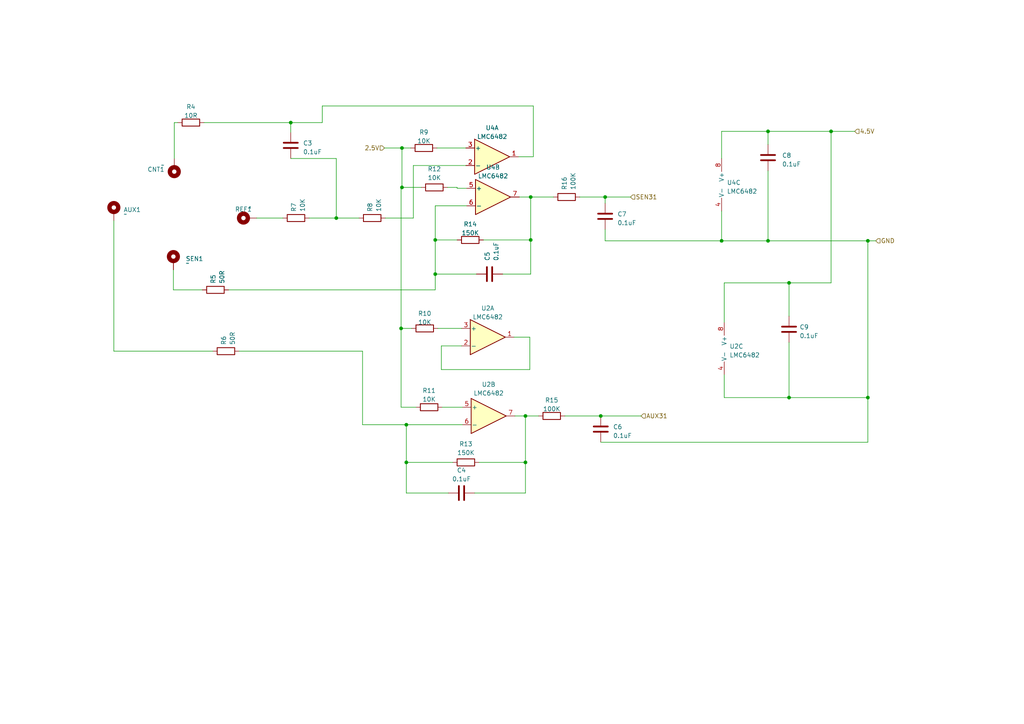
<source format=kicad_sch>
(kicad_sch (version 20230121) (generator eeschema)

  (uuid e53e5fc3-861c-43db-874b-4f63a6e12a41)

  (paper "A4")

  (lib_symbols
    (symbol "Amplifier_Operational:LMC6482" (pin_names (offset 0.127)) (in_bom yes) (on_board yes)
      (property "Reference" "U" (at 0 5.08 0)
        (effects (font (size 1.27 1.27)) (justify left))
      )
      (property "Value" "LMC6482" (at 0 -5.08 0)
        (effects (font (size 1.27 1.27)) (justify left))
      )
      (property "Footprint" "" (at 0 0 0)
        (effects (font (size 1.27 1.27)) hide)
      )
      (property "Datasheet" "http://www.ti.com/lit/ds/symlink/lmc6482.pdf" (at 0 0 0)
        (effects (font (size 1.27 1.27)) hide)
      )
      (property "ki_locked" "" (at 0 0 0)
        (effects (font (size 1.27 1.27)))
      )
      (property "ki_keywords" "dual opamp" (at 0 0 0)
        (effects (font (size 1.27 1.27)) hide)
      )
      (property "ki_description" "Dual CMOS Rail-to-Rail Input and Output Operational Amplifier, DIP-8/SOIC-8, SSOP-8" (at 0 0 0)
        (effects (font (size 1.27 1.27)) hide)
      )
      (property "ki_fp_filters" "SOIC*3.9x4.9mm*P1.27mm* DIP*W7.62mm* TO*99* OnSemi*Micro8* TSSOP*3x3mm*P0.65mm* TSSOP*4.4x3mm*P0.65mm* MSOP*3x3mm*P0.65mm* SSOP*3.9x4.9mm*P0.635mm* LFCSP*2x2mm*P0.5mm* *SIP* SOIC*5.3x6.2mm*P1.27mm*" (at 0 0 0)
        (effects (font (size 1.27 1.27)) hide)
      )
      (symbol "LMC6482_1_1"
        (polyline
          (pts
            (xy -5.08 5.08)
            (xy 5.08 0)
            (xy -5.08 -5.08)
            (xy -5.08 5.08)
          )
          (stroke (width 0.254) (type default))
          (fill (type background))
        )
        (pin output line (at 7.62 0 180) (length 2.54)
          (name "~" (effects (font (size 1.27 1.27))))
          (number "1" (effects (font (size 1.27 1.27))))
        )
        (pin input line (at -7.62 -2.54 0) (length 2.54)
          (name "-" (effects (font (size 1.27 1.27))))
          (number "2" (effects (font (size 1.27 1.27))))
        )
        (pin input line (at -7.62 2.54 0) (length 2.54)
          (name "+" (effects (font (size 1.27 1.27))))
          (number "3" (effects (font (size 1.27 1.27))))
        )
      )
      (symbol "LMC6482_2_1"
        (polyline
          (pts
            (xy -5.08 5.08)
            (xy 5.08 0)
            (xy -5.08 -5.08)
            (xy -5.08 5.08)
          )
          (stroke (width 0.254) (type default))
          (fill (type background))
        )
        (pin input line (at -7.62 2.54 0) (length 2.54)
          (name "+" (effects (font (size 1.27 1.27))))
          (number "5" (effects (font (size 1.27 1.27))))
        )
        (pin input line (at -7.62 -2.54 0) (length 2.54)
          (name "-" (effects (font (size 1.27 1.27))))
          (number "6" (effects (font (size 1.27 1.27))))
        )
        (pin output line (at 7.62 0 180) (length 2.54)
          (name "~" (effects (font (size 1.27 1.27))))
          (number "7" (effects (font (size 1.27 1.27))))
        )
      )
      (symbol "LMC6482_3_1"
        (pin power_in line (at -2.54 -7.62 90) (length 3.81)
          (name "V-" (effects (font (size 1.27 1.27))))
          (number "4" (effects (font (size 1.27 1.27))))
        )
        (pin power_in line (at -2.54 7.62 270) (length 3.81)
          (name "V+" (effects (font (size 1.27 1.27))))
          (number "8" (effects (font (size 1.27 1.27))))
        )
      )
    )
    (symbol "Device:C" (pin_numbers hide) (pin_names (offset 0.254)) (in_bom yes) (on_board yes)
      (property "Reference" "C" (at 0.635 2.54 0)
        (effects (font (size 1.27 1.27)) (justify left))
      )
      (property "Value" "C" (at 0.635 -2.54 0)
        (effects (font (size 1.27 1.27)) (justify left))
      )
      (property "Footprint" "" (at 0.9652 -3.81 0)
        (effects (font (size 1.27 1.27)) hide)
      )
      (property "Datasheet" "~" (at 0 0 0)
        (effects (font (size 1.27 1.27)) hide)
      )
      (property "ki_keywords" "cap capacitor" (at 0 0 0)
        (effects (font (size 1.27 1.27)) hide)
      )
      (property "ki_description" "Unpolarized capacitor" (at 0 0 0)
        (effects (font (size 1.27 1.27)) hide)
      )
      (property "ki_fp_filters" "C_*" (at 0 0 0)
        (effects (font (size 1.27 1.27)) hide)
      )
      (symbol "C_0_1"
        (polyline
          (pts
            (xy -2.032 -0.762)
            (xy 2.032 -0.762)
          )
          (stroke (width 0.508) (type default))
          (fill (type none))
        )
        (polyline
          (pts
            (xy -2.032 0.762)
            (xy 2.032 0.762)
          )
          (stroke (width 0.508) (type default))
          (fill (type none))
        )
      )
      (symbol "C_1_1"
        (pin passive line (at 0 3.81 270) (length 2.794)
          (name "~" (effects (font (size 1.27 1.27))))
          (number "1" (effects (font (size 1.27 1.27))))
        )
        (pin passive line (at 0 -3.81 90) (length 2.794)
          (name "~" (effects (font (size 1.27 1.27))))
          (number "2" (effects (font (size 1.27 1.27))))
        )
      )
    )
    (symbol "Device:R" (pin_numbers hide) (pin_names (offset 0)) (in_bom yes) (on_board yes)
      (property "Reference" "R" (at 2.032 0 90)
        (effects (font (size 1.27 1.27)))
      )
      (property "Value" "R" (at 0 0 90)
        (effects (font (size 1.27 1.27)))
      )
      (property "Footprint" "" (at -1.778 0 90)
        (effects (font (size 1.27 1.27)) hide)
      )
      (property "Datasheet" "~" (at 0 0 0)
        (effects (font (size 1.27 1.27)) hide)
      )
      (property "ki_keywords" "R res resistor" (at 0 0 0)
        (effects (font (size 1.27 1.27)) hide)
      )
      (property "ki_description" "Resistor" (at 0 0 0)
        (effects (font (size 1.27 1.27)) hide)
      )
      (property "ki_fp_filters" "R_*" (at 0 0 0)
        (effects (font (size 1.27 1.27)) hide)
      )
      (symbol "R_0_1"
        (rectangle (start -1.016 -2.54) (end 1.016 2.54)
          (stroke (width 0.254) (type default))
          (fill (type none))
        )
      )
      (symbol "R_1_1"
        (pin passive line (at 0 3.81 270) (length 1.27)
          (name "~" (effects (font (size 1.27 1.27))))
          (number "1" (effects (font (size 1.27 1.27))))
        )
        (pin passive line (at 0 -3.81 90) (length 1.27)
          (name "~" (effects (font (size 1.27 1.27))))
          (number "2" (effects (font (size 1.27 1.27))))
        )
      )
    )
    (symbol "Mechanical:MountingHole_Pad" (pin_numbers hide) (pin_names (offset 1.016) hide) (in_bom yes) (on_board yes)
      (property "Reference" "H" (at 0 6.35 0)
        (effects (font (size 1.27 1.27)))
      )
      (property "Value" "MountingHole_Pad" (at 0 4.445 0)
        (effects (font (size 1.27 1.27)))
      )
      (property "Footprint" "" (at 0 0 0)
        (effects (font (size 1.27 1.27)) hide)
      )
      (property "Datasheet" "~" (at 0 0 0)
        (effects (font (size 1.27 1.27)) hide)
      )
      (property "ki_keywords" "mounting hole" (at 0 0 0)
        (effects (font (size 1.27 1.27)) hide)
      )
      (property "ki_description" "Mounting Hole with connection" (at 0 0 0)
        (effects (font (size 1.27 1.27)) hide)
      )
      (property "ki_fp_filters" "MountingHole*Pad*" (at 0 0 0)
        (effects (font (size 1.27 1.27)) hide)
      )
      (symbol "MountingHole_Pad_0_1"
        (circle (center 0 1.27) (radius 1.27)
          (stroke (width 1.27) (type default))
          (fill (type none))
        )
      )
      (symbol "MountingHole_Pad_1_1"
        (pin input line (at 0 -2.54 90) (length 2.54)
          (name "1" (effects (font (size 1.27 1.27))))
          (number "1" (effects (font (size 1.27 1.27))))
        )
      )
    )
  )

  (junction (at 126.238 79.502) (diameter 0) (color 0 0 0 0)
    (uuid 074f0c39-2d73-40b0-a451-52531b418dc6)
  )
  (junction (at 116.586 42.926) (diameter 0) (color 0 0 0 0)
    (uuid 17f41bb7-aa28-41d2-98eb-369632ddd5a1)
  )
  (junction (at 251.714 115.316) (diameter 0) (color 0 0 0 0)
    (uuid 1aaa82d4-72ba-49ad-9999-bf50bb51bc8f)
  )
  (junction (at 126.238 69.596) (diameter 0) (color 0 0 0 0)
    (uuid 1e8c9cbb-4a9a-42d2-a8d9-24464540cdc0)
  )
  (junction (at 209.296 69.85) (diameter 0) (color 0 0 0 0)
    (uuid 1ef3c040-bd57-4c5c-9425-48e06f44d914)
  )
  (junction (at 153.924 69.596) (diameter 0) (color 0 0 0 0)
    (uuid 24504ccf-c8fe-4d6a-824d-fe3e8b24415a)
  )
  (junction (at 228.854 115.316) (diameter 0) (color 0 0 0 0)
    (uuid 264ed6ac-6d15-4543-94c5-f0ad1cca9034)
  )
  (junction (at 97.536 63.246) (diameter 0) (color 0 0 0 0)
    (uuid 2c2f2ac9-079c-4339-ad10-1776138647d1)
  )
  (junction (at 117.856 134.112) (diameter 0) (color 0 0 0 0)
    (uuid 304290b4-36c1-45bc-8d90-8726b9be6adf)
  )
  (junction (at 222.758 38.1) (diameter 0) (color 0 0 0 0)
    (uuid 40601702-718d-4d27-ba00-0ed71b2c9268)
  )
  (junction (at 152.4 120.65) (diameter 0) (color 0 0 0 0)
    (uuid 538ef00d-d6c6-4e60-a942-8bf3c560c13d)
  )
  (junction (at 251.714 69.85) (diameter 0) (color 0 0 0 0)
    (uuid 56f3f882-2bf7-4101-94e6-ba1c26220216)
  )
  (junction (at 116.332 95.25) (diameter 0) (color 0 0 0 0)
    (uuid 59e948ef-3822-447d-b8ef-484e3ab063d7)
  )
  (junction (at 152.4 134.112) (diameter 0) (color 0 0 0 0)
    (uuid 6690f335-c4be-434b-bc95-773c3edef0c8)
  )
  (junction (at 174.244 120.65) (diameter 0) (color 0 0 0 0)
    (uuid 722ff41a-88f6-45f8-93ec-30b61bc581fc)
  )
  (junction (at 153.924 57.15) (diameter 0) (color 0 0 0 0)
    (uuid 7deedcaf-4678-491f-bdc2-e81f23380cb5)
  )
  (junction (at 228.854 82.042) (diameter 0) (color 0 0 0 0)
    (uuid 8681507a-a15e-4800-9e7a-9ab77baca754)
  )
  (junction (at 117.856 123.19) (diameter 0) (color 0 0 0 0)
    (uuid c2422693-b7f4-47b8-95d8-cf1c35eed256)
  )
  (junction (at 175.514 57.15) (diameter 0) (color 0 0 0 0)
    (uuid c6a7706e-2fbe-4e70-bd87-282b40589c69)
  )
  (junction (at 84.328 35.56) (diameter 0) (color 0 0 0 0)
    (uuid ebcc6fcb-8345-45d8-90b7-37b16d9a5e48)
  )
  (junction (at 222.758 69.85) (diameter 0) (color 0 0 0 0)
    (uuid eca1f196-87ac-4a8c-962f-66776fd085c4)
  )
  (junction (at 241.046 38.1) (diameter 0) (color 0 0 0 0)
    (uuid f0c8806b-ce51-4feb-8e5d-cdd0ba38d4ae)
  )
  (junction (at 116.586 54.356) (diameter 0) (color 0 0 0 0)
    (uuid f3fa5744-5e9a-4588-9237-94c90ad83861)
  )

  (wire (pts (xy 210.058 115.316) (xy 228.854 115.316))
    (stroke (width 0) (type default))
    (uuid 02b07015-5216-4c57-bafa-a9f2dedb208b)
  )
  (wire (pts (xy 89.662 63.246) (xy 97.536 63.246))
    (stroke (width 0) (type default))
    (uuid 03cccd50-81ea-4323-90dd-cadf1f148132)
  )
  (wire (pts (xy 126.238 79.502) (xy 126.238 84.074))
    (stroke (width 0) (type default))
    (uuid 0747c3f5-1398-45d1-8a58-290182c929fa)
  )
  (wire (pts (xy 116.586 54.356) (xy 116.586 42.926))
    (stroke (width 0) (type default))
    (uuid 07d57014-448c-4f20-b30e-d22f9d2bc0e3)
  )
  (wire (pts (xy 50.546 35.56) (xy 51.562 35.56))
    (stroke (width 0) (type default))
    (uuid 07f5c004-5972-4b2d-a197-239417a0830d)
  )
  (wire (pts (xy 228.854 91.694) (xy 228.854 82.042))
    (stroke (width 0) (type default))
    (uuid 0f11b08c-abfe-4b8d-ac33-33cac9e5cf2d)
  )
  (wire (pts (xy 105.156 101.854) (xy 105.156 123.19))
    (stroke (width 0) (type default))
    (uuid 14b48ed9-9e7b-41dd-8582-d522aba5c0de)
  )
  (wire (pts (xy 33.02 64.008) (xy 33.02 101.854))
    (stroke (width 0) (type default))
    (uuid 19fd5052-b2be-405f-884c-bfcae9ccb028)
  )
  (wire (pts (xy 209.296 69.85) (xy 209.296 61.214))
    (stroke (width 0) (type default))
    (uuid 1d3c4fb1-33fe-4c9e-be5d-dde08923106f)
  )
  (wire (pts (xy 154.686 45.466) (xy 154.686 30.734))
    (stroke (width 0) (type default))
    (uuid 23ade314-f989-4d94-a685-ec1a3eab133b)
  )
  (wire (pts (xy 182.88 57.15) (xy 175.514 57.15))
    (stroke (width 0) (type default))
    (uuid 261b9053-7997-4c0e-8675-27c5653fb9c7)
  )
  (wire (pts (xy 160.528 57.15) (xy 153.924 57.15))
    (stroke (width 0) (type default))
    (uuid 2b2fdd03-c7ca-46f7-9d2c-3a047be2dc23)
  )
  (wire (pts (xy 153.924 79.502) (xy 153.924 69.596))
    (stroke (width 0) (type default))
    (uuid 2cb111bc-df2e-4124-9ef7-6a9d3de0a5ea)
  )
  (wire (pts (xy 241.046 38.1) (xy 222.758 38.1))
    (stroke (width 0) (type default))
    (uuid 32d678bf-6acb-4cb8-a21e-df39536cf9d0)
  )
  (wire (pts (xy 251.714 69.85) (xy 254 69.85))
    (stroke (width 0) (type default))
    (uuid 341f7550-b184-4b6a-9869-c840f70f2249)
  )
  (wire (pts (xy 50.292 78.232) (xy 50.292 84.074))
    (stroke (width 0) (type default))
    (uuid 34ac45b4-443e-48d4-8f46-9183aa25739b)
  )
  (wire (pts (xy 128.016 100.33) (xy 133.858 100.33))
    (stroke (width 0) (type default))
    (uuid 3576155e-ed82-499f-8ce6-7b03fc184eb8)
  )
  (wire (pts (xy 74.422 63.246) (xy 82.042 63.246))
    (stroke (width 0) (type default))
    (uuid 36673a56-dfe7-464b-8a62-037996c68c8f)
  )
  (wire (pts (xy 93.472 35.56) (xy 84.328 35.56))
    (stroke (width 0) (type default))
    (uuid 380f4a2c-3303-455c-a8f5-b64884568200)
  )
  (wire (pts (xy 116.332 118.11) (xy 116.332 95.25))
    (stroke (width 0) (type default))
    (uuid 381a8508-af7a-40d9-b0b3-90709ceaf12d)
  )
  (wire (pts (xy 84.328 45.974) (xy 97.536 45.974))
    (stroke (width 0) (type default))
    (uuid 3a7be601-16d7-43eb-948e-d09777e5dab3)
  )
  (wire (pts (xy 149.352 120.65) (xy 152.4 120.65))
    (stroke (width 0) (type default))
    (uuid 3ab7f408-c3d5-4488-8585-d8b473e5b64f)
  )
  (wire (pts (xy 153.67 97.79) (xy 153.67 107.188))
    (stroke (width 0) (type default))
    (uuid 3bb47ac4-a9a1-4ac1-b547-cf210d9c0d11)
  )
  (wire (pts (xy 138.938 134.112) (xy 152.4 134.112))
    (stroke (width 0) (type default))
    (uuid 3ffa1ebb-7140-4759-9a66-8b88cbad6284)
  )
  (wire (pts (xy 105.156 123.19) (xy 117.856 123.19))
    (stroke (width 0) (type default))
    (uuid 448f9c70-d26f-42f1-a769-e8d9496d39ef)
  )
  (wire (pts (xy 210.058 108.712) (xy 210.058 115.316))
    (stroke (width 0) (type default))
    (uuid 45505d76-11ed-4b4b-8b86-3a00a9bf68b5)
  )
  (wire (pts (xy 153.924 57.15) (xy 150.622 57.15))
    (stroke (width 0) (type default))
    (uuid 458f968f-5c8d-49b6-908d-dc0261cfaa70)
  )
  (wire (pts (xy 126.746 42.926) (xy 135.128 42.926))
    (stroke (width 0) (type default))
    (uuid 486385d5-14ec-4e81-ba2f-b80d0c133654)
  )
  (wire (pts (xy 69.342 101.854) (xy 105.156 101.854))
    (stroke (width 0) (type default))
    (uuid 48675df7-c251-4e96-b647-f86e05fee47a)
  )
  (wire (pts (xy 66.294 84.074) (xy 126.238 84.074))
    (stroke (width 0) (type default))
    (uuid 4ca48383-04c7-49f9-8503-7237f31f0421)
  )
  (wire (pts (xy 222.758 69.85) (xy 251.714 69.85))
    (stroke (width 0) (type default))
    (uuid 4f39f593-03a5-4cb9-be6c-a5460253ee46)
  )
  (wire (pts (xy 152.4 120.65) (xy 156.21 120.65))
    (stroke (width 0) (type default))
    (uuid 4f5cd65e-4ac7-40f5-9307-d496f191c548)
  )
  (wire (pts (xy 111.506 42.926) (xy 116.586 42.926))
    (stroke (width 0) (type default))
    (uuid 4fdad325-e66d-447a-8057-04b7b1b783a7)
  )
  (wire (pts (xy 152.4 143.002) (xy 152.4 134.112))
    (stroke (width 0) (type default))
    (uuid 511c5bca-fccb-4de9-a6dc-2c8bda48b8ce)
  )
  (wire (pts (xy 210.058 93.472) (xy 210.058 82.042))
    (stroke (width 0) (type default))
    (uuid 5568f860-9016-456f-84db-4188e3323cfb)
  )
  (wire (pts (xy 185.928 120.65) (xy 174.244 120.65))
    (stroke (width 0) (type default))
    (uuid 5a3f4e58-bea6-4604-b4f3-2f6015a4c73d)
  )
  (wire (pts (xy 126.238 59.69) (xy 135.382 59.69))
    (stroke (width 0) (type default))
    (uuid 5b79f0dc-4b78-4399-8276-6f919cae9aa3)
  )
  (wire (pts (xy 129.794 54.356) (xy 132.588 54.356))
    (stroke (width 0) (type default))
    (uuid 5dcf0a29-b778-4b25-b623-eb066c398279)
  )
  (wire (pts (xy 126.238 69.596) (xy 126.238 79.502))
    (stroke (width 0) (type default))
    (uuid 5f0d8e4e-62f5-4bb1-9b54-4060ee487195)
  )
  (wire (pts (xy 251.714 128.27) (xy 251.714 115.316))
    (stroke (width 0) (type default))
    (uuid 63f72932-8d9a-4f72-87c6-1de455ea5746)
  )
  (wire (pts (xy 117.856 123.19) (xy 134.112 123.19))
    (stroke (width 0) (type default))
    (uuid 66590b77-f58f-41b7-8f2d-581df509b1a6)
  )
  (wire (pts (xy 163.83 120.65) (xy 174.244 120.65))
    (stroke (width 0) (type default))
    (uuid 6752d18f-d3ed-4c2d-8782-ff80d9a69cb4)
  )
  (wire (pts (xy 50.292 84.074) (xy 58.674 84.074))
    (stroke (width 0) (type default))
    (uuid 6d0d2cf2-1ac7-4b27-8782-33095a031efb)
  )
  (wire (pts (xy 132.588 54.356) (xy 132.588 54.61))
    (stroke (width 0) (type default))
    (uuid 70cae026-f23c-4e68-8b64-bf47d665f625)
  )
  (wire (pts (xy 175.514 66.548) (xy 175.514 69.85))
    (stroke (width 0) (type default))
    (uuid 724effb2-c1b9-4843-b5e0-800b5043528a)
  )
  (wire (pts (xy 247.904 38.1) (xy 241.046 38.1))
    (stroke (width 0) (type default))
    (uuid 75b79776-347f-4bcf-8aa0-6e295b1b1843)
  )
  (wire (pts (xy 140.208 69.596) (xy 153.924 69.596))
    (stroke (width 0) (type default))
    (uuid 783bf767-071f-4df6-b0ed-7cda1da8373e)
  )
  (wire (pts (xy 174.244 128.27) (xy 251.714 128.27))
    (stroke (width 0) (type default))
    (uuid 785e8f26-6c35-40d0-b5c1-b714d5c39099)
  )
  (wire (pts (xy 228.854 99.314) (xy 228.854 115.316))
    (stroke (width 0) (type default))
    (uuid 79314e22-0de5-4af9-b301-baa27434e07d)
  )
  (wire (pts (xy 251.714 115.316) (xy 251.714 69.85))
    (stroke (width 0) (type default))
    (uuid 79df886b-aa51-478f-944f-5b292ee54723)
  )
  (wire (pts (xy 222.758 38.1) (xy 222.758 41.91))
    (stroke (width 0) (type default))
    (uuid 79e32fed-68e8-4f22-bcd2-ea6f5db77a12)
  )
  (wire (pts (xy 209.296 69.85) (xy 222.758 69.85))
    (stroke (width 0) (type default))
    (uuid 7b7b10cc-0314-4a26-b56e-8842a2f87c70)
  )
  (wire (pts (xy 222.758 49.53) (xy 222.758 69.85))
    (stroke (width 0) (type default))
    (uuid 7c620458-f119-48a0-b42e-a071942c08c3)
  )
  (wire (pts (xy 131.318 134.112) (xy 117.856 134.112))
    (stroke (width 0) (type default))
    (uuid 7c91452a-a051-43a4-a399-73f2db44fd44)
  )
  (wire (pts (xy 153.67 107.188) (xy 128.016 107.188))
    (stroke (width 0) (type default))
    (uuid 85109cd4-446e-4418-9c9b-122282929e08)
  )
  (wire (pts (xy 93.472 30.734) (xy 93.472 35.56))
    (stroke (width 0) (type default))
    (uuid 884eee62-bb3f-4f06-a9db-09f34b76a510)
  )
  (wire (pts (xy 126.238 79.502) (xy 138.176 79.502))
    (stroke (width 0) (type default))
    (uuid 8ab7a51e-e59e-408b-b160-6e0a2feae77b)
  )
  (wire (pts (xy 59.182 35.56) (xy 84.328 35.56))
    (stroke (width 0) (type default))
    (uuid 8cb1f0fd-dbda-4eba-8a59-4bb620f71d14)
  )
  (wire (pts (xy 228.854 115.316) (xy 251.714 115.316))
    (stroke (width 0) (type default))
    (uuid 8ed46608-8b05-4076-a3e5-8263a18cda53)
  )
  (wire (pts (xy 50.546 35.56) (xy 50.546 45.974))
    (stroke (width 0) (type default))
    (uuid 8f59179c-dd34-4a83-9052-76dfdcbbc268)
  )
  (wire (pts (xy 153.924 57.15) (xy 153.924 69.596))
    (stroke (width 0) (type default))
    (uuid 9187bbf2-360d-4861-a9eb-3b7d12d7a153)
  )
  (wire (pts (xy 116.332 54.356) (xy 116.586 54.356))
    (stroke (width 0) (type default))
    (uuid 92830107-9c26-482e-b40e-131732a9b818)
  )
  (wire (pts (xy 116.332 54.356) (xy 116.332 95.25))
    (stroke (width 0) (type default))
    (uuid 93546ec8-4955-473b-928b-f8882139eac5)
  )
  (wire (pts (xy 132.588 54.61) (xy 135.382 54.61))
    (stroke (width 0) (type default))
    (uuid a0618b17-6c78-4098-9b69-d1c8e8fc61e8)
  )
  (wire (pts (xy 126.238 59.69) (xy 126.238 69.596))
    (stroke (width 0) (type default))
    (uuid a0a36333-86dc-4d22-b3b3-8f009633f4e0)
  )
  (wire (pts (xy 117.856 143.002) (xy 117.856 134.112))
    (stroke (width 0) (type default))
    (uuid a29d9e3b-3472-4c77-ae58-a361a3c5587a)
  )
  (wire (pts (xy 127 95.25) (xy 133.858 95.25))
    (stroke (width 0) (type default))
    (uuid a3a05a7a-3002-4915-bbdc-7916b35a5cda)
  )
  (wire (pts (xy 97.536 63.246) (xy 104.14 63.246))
    (stroke (width 0) (type default))
    (uuid a3fcf972-5a64-4973-ba38-30e1965288a6)
  )
  (wire (pts (xy 210.058 82.042) (xy 228.854 82.042))
    (stroke (width 0) (type default))
    (uuid adec0fa3-580d-4c89-8e4a-543b0f468c2f)
  )
  (wire (pts (xy 175.514 57.15) (xy 175.514 58.928))
    (stroke (width 0) (type default))
    (uuid af917f61-2f46-478c-981a-4896534f34fc)
  )
  (wire (pts (xy 119.38 95.25) (xy 116.332 95.25))
    (stroke (width 0) (type default))
    (uuid b128098e-845f-457c-8307-d1803226414b)
  )
  (wire (pts (xy 137.668 143.002) (xy 152.4 143.002))
    (stroke (width 0) (type default))
    (uuid b2282bd5-7671-4de6-a13b-b1bc3f3b0cb6)
  )
  (wire (pts (xy 209.296 38.1) (xy 209.296 45.974))
    (stroke (width 0) (type default))
    (uuid b535c2dc-3b52-46ad-a336-df2362b4e9ed)
  )
  (wire (pts (xy 128.27 118.11) (xy 134.112 118.11))
    (stroke (width 0) (type default))
    (uuid b63775a2-2c34-4109-a09c-b3e4c67d3a57)
  )
  (wire (pts (xy 152.4 134.112) (xy 152.4 120.65))
    (stroke (width 0) (type default))
    (uuid ba3f988f-04f9-4406-b99a-35956482f0d3)
  )
  (wire (pts (xy 145.796 79.502) (xy 153.924 79.502))
    (stroke (width 0) (type default))
    (uuid bb8df3c0-33e3-448a-bd2b-7299b12dc662)
  )
  (wire (pts (xy 130.048 143.002) (xy 117.856 143.002))
    (stroke (width 0) (type default))
    (uuid bd12fe4d-0cf4-4d07-b3bb-1237e89dcded)
  )
  (wire (pts (xy 119.888 63.246) (xy 111.76 63.246))
    (stroke (width 0) (type default))
    (uuid be747130-f809-44ac-90ef-e55a2ca55a2e)
  )
  (wire (pts (xy 119.888 48.006) (xy 119.888 63.246))
    (stroke (width 0) (type default))
    (uuid bf1cf9ca-4765-48e8-901f-a8e173995dac)
  )
  (wire (pts (xy 122.174 54.356) (xy 116.586 54.356))
    (stroke (width 0) (type default))
    (uuid bfbeda29-d55c-4600-9ab6-ddf7fdca2815)
  )
  (wire (pts (xy 222.758 38.1) (xy 209.296 38.1))
    (stroke (width 0) (type default))
    (uuid c46fc0a0-fe5d-4e38-ac41-c37a7c16deff)
  )
  (wire (pts (xy 228.854 82.042) (xy 241.046 82.042))
    (stroke (width 0) (type default))
    (uuid c749724f-5003-47cc-a7a9-2dbe69a2a828)
  )
  (wire (pts (xy 128.016 107.188) (xy 128.016 100.33))
    (stroke (width 0) (type default))
    (uuid cace4a6a-da52-4b2d-8ebb-c056be8ac759)
  )
  (wire (pts (xy 168.148 57.15) (xy 175.514 57.15))
    (stroke (width 0) (type default))
    (uuid d13f4e4d-c965-4980-8f9d-f7cc636ec3a6)
  )
  (wire (pts (xy 150.368 45.466) (xy 154.686 45.466))
    (stroke (width 0) (type default))
    (uuid d1eb10f3-6c74-49a4-9f8b-80c159fc76b2)
  )
  (wire (pts (xy 154.686 30.734) (xy 93.472 30.734))
    (stroke (width 0) (type default))
    (uuid d5da6c58-4823-4f48-ac67-38f309ef7729)
  )
  (wire (pts (xy 149.098 97.79) (xy 153.67 97.79))
    (stroke (width 0) (type default))
    (uuid e1855003-387a-444f-aff2-8fda3e07596c)
  )
  (wire (pts (xy 120.65 118.11) (xy 116.332 118.11))
    (stroke (width 0) (type default))
    (uuid e5611a2f-0039-4400-bbbc-feb65d57244f)
  )
  (wire (pts (xy 97.536 45.974) (xy 97.536 63.246))
    (stroke (width 0) (type default))
    (uuid e6e3feb1-43fe-4b52-bf7c-53c22cfca460)
  )
  (wire (pts (xy 241.046 38.1) (xy 241.046 82.042))
    (stroke (width 0) (type default))
    (uuid e871e74f-fc34-4aca-bc83-fd1d6eec08c9)
  )
  (wire (pts (xy 135.128 48.006) (xy 119.888 48.006))
    (stroke (width 0) (type default))
    (uuid ea00fb33-aae7-4b2e-a762-14d09bc0d060)
  )
  (wire (pts (xy 33.02 101.854) (xy 61.722 101.854))
    (stroke (width 0) (type default))
    (uuid ec70ae81-8b2b-476b-b501-9fc2334ac948)
  )
  (wire (pts (xy 116.586 42.926) (xy 119.126 42.926))
    (stroke (width 0) (type default))
    (uuid f12e8a00-82af-4825-9f4b-86a3098348b2)
  )
  (wire (pts (xy 175.514 69.85) (xy 209.296 69.85))
    (stroke (width 0) (type default))
    (uuid f240af7c-1d85-4518-8989-33a0cc318c6e)
  )
  (wire (pts (xy 117.856 134.112) (xy 117.856 123.19))
    (stroke (width 0) (type default))
    (uuid f5171b27-73b6-4633-852d-614c67d541af)
  )
  (wire (pts (xy 132.588 69.596) (xy 126.238 69.596))
    (stroke (width 0) (type default))
    (uuid f5f9a9f0-53b7-41e1-9193-e3a03e83de8a)
  )
  (wire (pts (xy 84.328 35.56) (xy 84.328 38.354))
    (stroke (width 0) (type default))
    (uuid ff5befbe-681f-4c78-9264-e14fff9c95d0)
  )

  (hierarchical_label "SEN31" (shape input) (at 182.88 57.15 0) (fields_autoplaced)
    (effects (font (size 1.27 1.27)) (justify left))
    (uuid 0f43a84d-fb29-44a3-a53c-f0a9f99a18eb)
  )
  (hierarchical_label "2.5V" (shape input) (at 111.506 42.926 180) (fields_autoplaced)
    (effects (font (size 1.27 1.27)) (justify right))
    (uuid 20373a37-3f41-49ea-932b-a99d850108a4)
  )
  (hierarchical_label "AUX31" (shape input) (at 185.928 120.65 0) (fields_autoplaced)
    (effects (font (size 1.27 1.27)) (justify left))
    (uuid 24202824-b60f-4b0d-8d04-91ac6d8aee77)
  )
  (hierarchical_label "4.5V" (shape input) (at 247.904 38.1 0) (fields_autoplaced)
    (effects (font (size 1.27 1.27)) (justify left))
    (uuid 95c2f33d-47b6-4cf6-b0a2-c924fa162dc3)
  )
  (hierarchical_label "GND" (shape input) (at 254 69.85 0) (fields_autoplaced)
    (effects (font (size 1.27 1.27)) (justify left))
    (uuid b5a4672d-0251-4bfa-9d8c-134fa590ba1c)
  )

  (symbol (lib_id "Device:R") (at 135.128 134.112 90) (unit 1)
    (in_bom yes) (on_board yes) (dnp no) (fields_autoplaced)
    (uuid 11bee04d-f84d-4790-a1c1-ee3fd577333e)
    (property "Reference" "R13" (at 135.128 128.778 90)
      (effects (font (size 1.27 1.27)))
    )
    (property "Value" "150K" (at 135.128 131.318 90)
      (effects (font (size 1.27 1.27)))
    )
    (property "Footprint" "Resistor_SMD:R_0402_1005Metric" (at 135.128 135.89 90)
      (effects (font (size 1.27 1.27)) hide)
    )
    (property "Datasheet" "~" (at 135.128 134.112 0)
      (effects (font (size 1.27 1.27)) hide)
    )
    (pin "1" (uuid 6d3e25df-47cc-4d96-8901-47302f5d5aca))
    (pin "2" (uuid cce841d1-b358-4b61-bc69-f06896f8fda3))
    (instances
      (project "Air quality project"
        (path "/67b6672b-0c15-41a5-a844-17aa721018b8/e2c83066-cae4-4a4f-a05c-59cf4d457446"
          (reference "R13") (unit 1)
        )
        (path "/67b6672b-0c15-41a5-a844-17aa721018b8/be65ffb6-5f15-4847-ab99-a8924076e9fe"
          (reference "R64") (unit 1)
        )
        (path "/67b6672b-0c15-41a5-a844-17aa721018b8/bffad6ed-033e-4ee2-b36b-42e8cfa32a81"
          (reference "R377") (unit 1)
        )
      )
    )
  )

  (symbol (lib_id "Mechanical:MountingHole_Pad") (at 50.546 48.514 180) (unit 1)
    (in_bom yes) (on_board yes) (dnp no)
    (uuid 1c34ae47-e05a-4cf0-8e49-d32482213520)
    (property "Reference" "CNT1" (at 47.752 49.149 0)
      (effects (font (size 1.27 1.27)) (justify left))
    )
    (property "Value" "~" (at 47.752 47.879 0)
      (effects (font (size 1.27 1.27)) (justify left))
    )
    (property "Footprint" "MountingHole:MountingHole_2.7mm_Pad" (at 50.546 48.514 0)
      (effects (font (size 1.27 1.27)) hide)
    )
    (property "Datasheet" "~" (at 50.546 48.514 0)
      (effects (font (size 1.27 1.27)) hide)
    )
    (pin "1" (uuid e29e3668-b437-4ee2-a234-0fed31e491e5))
    (instances
      (project "Air quality project"
        (path "/67b6672b-0c15-41a5-a844-17aa721018b8/e2c83066-cae4-4a4f-a05c-59cf4d457446"
          (reference "CNT1") (unit 1)
        )
        (path "/67b6672b-0c15-41a5-a844-17aa721018b8/be65ffb6-5f15-4847-ab99-a8924076e9fe"
          (reference "CNT2") (unit 1)
        )
        (path "/67b6672b-0c15-41a5-a844-17aa721018b8/bffad6ed-033e-4ee2-b36b-42e8cfa32a81"
          (reference "CNT31") (unit 1)
        )
      )
    )
  )

  (symbol (lib_id "Mechanical:MountingHole_Pad") (at 71.882 63.246 90) (unit 1)
    (in_bom yes) (on_board yes) (dnp no) (fields_autoplaced)
    (uuid 2043fba3-b86b-429f-bdfa-abca6ed40cb0)
    (property "Reference" "REF1" (at 70.612 60.706 90)
      (effects (font (size 1.27 1.27)))
    )
    (property "Value" "~" (at 72.517 60.706 0)
      (effects (font (size 1.27 1.27)) (justify left))
    )
    (property "Footprint" "MountingHole:MountingHole_2.7mm_Pad" (at 71.882 63.246 0)
      (effects (font (size 1.27 1.27)) hide)
    )
    (property "Datasheet" "~" (at 71.882 63.246 0)
      (effects (font (size 1.27 1.27)) hide)
    )
    (pin "1" (uuid 94d18b8e-c78b-4fdf-bba0-a0b133c8ebb2))
    (instances
      (project "Air quality project"
        (path "/67b6672b-0c15-41a5-a844-17aa721018b8/e2c83066-cae4-4a4f-a05c-59cf4d457446"
          (reference "REF1") (unit 1)
        )
        (path "/67b6672b-0c15-41a5-a844-17aa721018b8/be65ffb6-5f15-4847-ab99-a8924076e9fe"
          (reference "REF2") (unit 1)
        )
        (path "/67b6672b-0c15-41a5-a844-17aa721018b8/bffad6ed-033e-4ee2-b36b-42e8cfa32a81"
          (reference "REF31") (unit 1)
        )
      )
    )
  )

  (symbol (lib_id "Amplifier_Operational:LMC6482") (at 141.478 97.79 0) (unit 1)
    (in_bom yes) (on_board yes) (dnp no)
    (uuid 25c88e3a-77c1-46ad-97cf-9ac4256e7069)
    (property "Reference" "U2" (at 141.478 89.408 0)
      (effects (font (size 1.27 1.27)))
    )
    (property "Value" "LMC6482" (at 141.478 91.948 0)
      (effects (font (size 1.27 1.27)))
    )
    (property "Footprint" "Package_SO:SOIC-8_3.9x4.9mm_P1.27mm" (at 141.478 97.79 0)
      (effects (font (size 1.27 1.27)) hide)
    )
    (property "Datasheet" "http://www.ti.com/lit/ds/symlink/lmc6482.pdf" (at 141.478 97.79 0)
      (effects (font (size 1.27 1.27)) hide)
    )
    (pin "1" (uuid 1831d0c9-f5bc-478a-aec2-5d4d19a4a6a7))
    (pin "2" (uuid 60f46663-d9ef-4660-98c9-24eb20ee429e))
    (pin "3" (uuid d03ba4c3-cd85-455e-80f0-a87e49d0ae29))
    (pin "5" (uuid dbf6e14b-09ff-4cc6-88a0-9ada57742af2))
    (pin "6" (uuid a9d3e155-a0a5-48b8-ad01-270b6effe986))
    (pin "7" (uuid 2e38fee3-7d8c-47f0-a6b9-2671227758c9))
    (pin "4" (uuid bdd0d834-8db6-499c-a508-90c2f596f30f))
    (pin "8" (uuid 0ce173b8-05bf-4229-84be-a731b2d379af))
    (instances
      (project "Air quality project"
        (path "/67b6672b-0c15-41a5-a844-17aa721018b8/e2c83066-cae4-4a4f-a05c-59cf4d457446"
          (reference "U2") (unit 1)
        )
        (path "/67b6672b-0c15-41a5-a844-17aa721018b8/be65ffb6-5f15-4847-ab99-a8924076e9fe"
          (reference "U8") (unit 1)
        )
        (path "/67b6672b-0c15-41a5-a844-17aa721018b8/bffad6ed-033e-4ee2-b36b-42e8cfa32a81"
          (reference "U59") (unit 1)
        )
      )
    )
  )

  (symbol (lib_id "Device:C") (at 141.986 79.502 90) (unit 1)
    (in_bom yes) (on_board yes) (dnp no)
    (uuid 2c8acd4a-a68c-4776-b258-4016a5f8df58)
    (property "Reference" "C5" (at 141.351 75.692 0)
      (effects (font (size 1.27 1.27)) (justify left))
    )
    (property "Value" "0.1uF" (at 143.891 75.692 0)
      (effects (font (size 1.27 1.27)) (justify left))
    )
    (property "Footprint" "Capacitor_SMD:C_0402_1005Metric" (at 145.796 78.5368 0)
      (effects (font (size 1.27 1.27)) hide)
    )
    (property "Datasheet" "~" (at 141.986 79.502 0)
      (effects (font (size 1.27 1.27)) hide)
    )
    (pin "1" (uuid 5ce38b22-6e18-4857-9e47-b8da82124223))
    (pin "2" (uuid 6417776f-7db2-46f1-b979-2333ed0e4c62))
    (instances
      (project "Air quality project"
        (path "/67b6672b-0c15-41a5-a844-17aa721018b8/e2c83066-cae4-4a4f-a05c-59cf4d457446"
          (reference "C5") (unit 1)
        )
        (path "/67b6672b-0c15-41a5-a844-17aa721018b8/be65ffb6-5f15-4847-ab99-a8924076e9fe"
          (reference "C35") (unit 1)
        )
        (path "/67b6672b-0c15-41a5-a844-17aa721018b8/bffad6ed-033e-4ee2-b36b-42e8cfa32a81"
          (reference "C201") (unit 1)
        )
      )
    )
  )

  (symbol (lib_id "Device:C") (at 175.514 62.738 0) (unit 1)
    (in_bom yes) (on_board yes) (dnp no) (fields_autoplaced)
    (uuid 2fae6eb6-6d1e-4a01-8196-ef0cf2b7d508)
    (property "Reference" "C7" (at 179.07 62.103 0)
      (effects (font (size 1.27 1.27)) (justify left))
    )
    (property "Value" "0.1uF" (at 179.07 64.643 0)
      (effects (font (size 1.27 1.27)) (justify left))
    )
    (property "Footprint" "Capacitor_SMD:C_0402_1005Metric" (at 176.4792 66.548 0)
      (effects (font (size 1.27 1.27)) hide)
    )
    (property "Datasheet" "~" (at 175.514 62.738 0)
      (effects (font (size 1.27 1.27)) hide)
    )
    (pin "1" (uuid 22a77cd5-6afd-42ab-a31f-1df60a9f1c5c))
    (pin "2" (uuid 14fc66bd-2b8e-4d86-905a-9228089ba16b))
    (instances
      (project "Air quality project"
        (path "/67b6672b-0c15-41a5-a844-17aa721018b8/e2c83066-cae4-4a4f-a05c-59cf4d457446"
          (reference "C7") (unit 1)
        )
        (path "/67b6672b-0c15-41a5-a844-17aa721018b8/be65ffb6-5f15-4847-ab99-a8924076e9fe"
          (reference "C37") (unit 1)
        )
        (path "/67b6672b-0c15-41a5-a844-17aa721018b8/bffad6ed-033e-4ee2-b36b-42e8cfa32a81"
          (reference "C203") (unit 1)
        )
      )
    )
  )

  (symbol (lib_id "Device:C") (at 84.328 42.164 0) (unit 1)
    (in_bom yes) (on_board yes) (dnp no) (fields_autoplaced)
    (uuid 31ee6728-1bdc-4eb9-8f53-3d4e374a96cf)
    (property "Reference" "C3" (at 87.884 41.529 0)
      (effects (font (size 1.27 1.27)) (justify left))
    )
    (property "Value" "0.1uF" (at 87.884 44.069 0)
      (effects (font (size 1.27 1.27)) (justify left))
    )
    (property "Footprint" "Capacitor_SMD:C_0402_1005Metric" (at 85.2932 45.974 0)
      (effects (font (size 1.27 1.27)) hide)
    )
    (property "Datasheet" "~" (at 84.328 42.164 0)
      (effects (font (size 1.27 1.27)) hide)
    )
    (pin "1" (uuid 977ee786-24db-4ec3-88c7-a21fa352f718))
    (pin "2" (uuid 0024f6cc-ab77-4e16-9831-43cbcfd697ad))
    (instances
      (project "Air quality project"
        (path "/67b6672b-0c15-41a5-a844-17aa721018b8/e2c83066-cae4-4a4f-a05c-59cf4d457446"
          (reference "C3") (unit 1)
        )
        (path "/67b6672b-0c15-41a5-a844-17aa721018b8/be65ffb6-5f15-4847-ab99-a8924076e9fe"
          (reference "C13") (unit 1)
        )
        (path "/67b6672b-0c15-41a5-a844-17aa721018b8/bffad6ed-033e-4ee2-b36b-42e8cfa32a81"
          (reference "C199") (unit 1)
        )
      )
    )
  )

  (symbol (lib_id "Device:R") (at 124.46 118.11 90) (unit 1)
    (in_bom yes) (on_board yes) (dnp no) (fields_autoplaced)
    (uuid 414ac0d5-04e0-4b73-a00a-4e2dc0f2e27d)
    (property "Reference" "R11" (at 124.46 113.284 90)
      (effects (font (size 1.27 1.27)))
    )
    (property "Value" "10K" (at 124.46 115.824 90)
      (effects (font (size 1.27 1.27)))
    )
    (property "Footprint" "Resistor_SMD:R_0402_1005Metric" (at 124.46 119.888 90)
      (effects (font (size 1.27 1.27)) hide)
    )
    (property "Datasheet" "~" (at 124.46 118.11 0)
      (effects (font (size 1.27 1.27)) hide)
    )
    (pin "1" (uuid b28df667-ce4e-44e4-ada5-731a36c547e7))
    (pin "2" (uuid c064b3d1-32a4-48ba-beb2-51e1d6b74a9b))
    (instances
      (project "Air quality project"
        (path "/67b6672b-0c15-41a5-a844-17aa721018b8/e2c83066-cae4-4a4f-a05c-59cf4d457446"
          (reference "R11") (unit 1)
        )
        (path "/67b6672b-0c15-41a5-a844-17aa721018b8/be65ffb6-5f15-4847-ab99-a8924076e9fe"
          (reference "R54") (unit 1)
        )
        (path "/67b6672b-0c15-41a5-a844-17aa721018b8/bffad6ed-033e-4ee2-b36b-42e8cfa32a81"
          (reference "R375") (unit 1)
        )
      )
    )
  )

  (symbol (lib_id "Device:C") (at 133.858 143.002 90) (unit 1)
    (in_bom yes) (on_board yes) (dnp no) (fields_autoplaced)
    (uuid 41724b55-43c5-4d7d-b9be-ebbeec2d2179)
    (property "Reference" "C4" (at 133.858 136.398 90)
      (effects (font (size 1.27 1.27)))
    )
    (property "Value" "0.1uF" (at 133.858 138.938 90)
      (effects (font (size 1.27 1.27)))
    )
    (property "Footprint" "Capacitor_SMD:C_0402_1005Metric" (at 137.668 142.0368 0)
      (effects (font (size 1.27 1.27)) hide)
    )
    (property "Datasheet" "~" (at 133.858 143.002 0)
      (effects (font (size 1.27 1.27)) hide)
    )
    (pin "1" (uuid 79c5c214-9dfe-4cc0-9661-1e344ae5bb2f))
    (pin "2" (uuid 10190055-1c16-4fca-b93a-a79fcd212480))
    (instances
      (project "Air quality project"
        (path "/67b6672b-0c15-41a5-a844-17aa721018b8/e2c83066-cae4-4a4f-a05c-59cf4d457446"
          (reference "C4") (unit 1)
        )
        (path "/67b6672b-0c15-41a5-a844-17aa721018b8/be65ffb6-5f15-4847-ab99-a8924076e9fe"
          (reference "C34") (unit 1)
        )
        (path "/67b6672b-0c15-41a5-a844-17aa721018b8/bffad6ed-033e-4ee2-b36b-42e8cfa32a81"
          (reference "C200") (unit 1)
        )
      )
    )
  )

  (symbol (lib_id "Amplifier_Operational:LMC6482") (at 211.836 53.594 0) (unit 3)
    (in_bom yes) (on_board yes) (dnp no) (fields_autoplaced)
    (uuid 4a9e82f8-1a6c-40b6-bb08-049807de86ad)
    (property "Reference" "U4" (at 210.82 52.959 0)
      (effects (font (size 1.27 1.27)) (justify left))
    )
    (property "Value" "LMC6482" (at 210.82 55.499 0)
      (effects (font (size 1.27 1.27)) (justify left))
    )
    (property "Footprint" "Package_SO:SOIC-8_3.9x4.9mm_P1.27mm" (at 211.836 53.594 0)
      (effects (font (size 1.27 1.27)) hide)
    )
    (property "Datasheet" "http://www.ti.com/lit/ds/symlink/lmc6482.pdf" (at 211.836 53.594 0)
      (effects (font (size 1.27 1.27)) hide)
    )
    (pin "1" (uuid 42791d0d-7717-4b04-a0ca-b0a647570e7e))
    (pin "2" (uuid 4a2fa161-9821-4b02-bf44-5123dc1327cb))
    (pin "3" (uuid 64a3c500-0113-480b-84b8-bf62972d5f8e))
    (pin "5" (uuid d00ef563-4214-461f-ba82-fc7819b91257))
    (pin "6" (uuid a6025e8c-eb59-4fda-bafe-a0fd2776d170))
    (pin "7" (uuid 893ff0da-9dcf-4d3e-aa6a-c4e684c3eff1))
    (pin "4" (uuid 8d1475db-839f-40f5-97a4-ae7e8dd3e456))
    (pin "8" (uuid 24838ae4-9546-4353-9df2-4a262bee2718))
    (instances
      (project "Air quality project"
        (path "/67b6672b-0c15-41a5-a844-17aa721018b8/e2c83066-cae4-4a4f-a05c-59cf4d457446"
          (reference "U4") (unit 3)
        )
        (path "/67b6672b-0c15-41a5-a844-17aa721018b8/be65ffb6-5f15-4847-ab99-a8924076e9fe"
          (reference "U13") (unit 3)
        )
        (path "/67b6672b-0c15-41a5-a844-17aa721018b8/bffad6ed-033e-4ee2-b36b-42e8cfa32a81"
          (reference "U60") (unit 3)
        )
      )
    )
  )

  (symbol (lib_id "Mechanical:MountingHole_Pad") (at 50.292 75.692 0) (unit 1)
    (in_bom yes) (on_board yes) (dnp no) (fields_autoplaced)
    (uuid 4c6132a2-a8c0-4c42-9488-540efb7ebb7b)
    (property "Reference" "SEN1" (at 53.848 75.057 0)
      (effects (font (size 1.27 1.27)) (justify left))
    )
    (property "Value" "~" (at 53.848 76.327 0)
      (effects (font (size 1.27 1.27)) (justify left))
    )
    (property "Footprint" "MountingHole:MountingHole_2.7mm_Pad" (at 50.292 75.692 0)
      (effects (font (size 1.27 1.27)) hide)
    )
    (property "Datasheet" "~" (at 50.292 75.692 0)
      (effects (font (size 1.27 1.27)) hide)
    )
    (pin "1" (uuid d78b3256-8990-49c0-9d56-458ac9d4e1df))
    (instances
      (project "Air quality project"
        (path "/67b6672b-0c15-41a5-a844-17aa721018b8/e2c83066-cae4-4a4f-a05c-59cf4d457446"
          (reference "SEN1") (unit 1)
        )
        (path "/67b6672b-0c15-41a5-a844-17aa721018b8/be65ffb6-5f15-4847-ab99-a8924076e9fe"
          (reference "SEN2") (unit 1)
        )
        (path "/67b6672b-0c15-41a5-a844-17aa721018b8/bffad6ed-033e-4ee2-b36b-42e8cfa32a81"
          (reference "SEN31") (unit 1)
        )
      )
    )
  )

  (symbol (lib_id "Device:R") (at 122.936 42.926 90) (unit 1)
    (in_bom yes) (on_board yes) (dnp no) (fields_autoplaced)
    (uuid 5d89ff39-c6ae-47e3-a4ea-15842362783f)
    (property "Reference" "R9" (at 122.936 38.354 90)
      (effects (font (size 1.27 1.27)))
    )
    (property "Value" "10K" (at 122.936 40.894 90)
      (effects (font (size 1.27 1.27)))
    )
    (property "Footprint" "Resistor_SMD:R_0402_1005Metric" (at 122.936 44.704 90)
      (effects (font (size 1.27 1.27)) hide)
    )
    (property "Datasheet" "~" (at 122.936 42.926 0)
      (effects (font (size 1.27 1.27)) hide)
    )
    (pin "1" (uuid 7312d779-324c-424f-88ae-dad5cbf363a5))
    (pin "2" (uuid a1fe6865-d740-457b-94fd-13bbf5ffade0))
    (instances
      (project "Air quality project"
        (path "/67b6672b-0c15-41a5-a844-17aa721018b8/e2c83066-cae4-4a4f-a05c-59cf4d457446"
          (reference "R9") (unit 1)
        )
        (path "/67b6672b-0c15-41a5-a844-17aa721018b8/be65ffb6-5f15-4847-ab99-a8924076e9fe"
          (reference "R44") (unit 1)
        )
        (path "/67b6672b-0c15-41a5-a844-17aa721018b8/bffad6ed-033e-4ee2-b36b-42e8cfa32a81"
          (reference "R373") (unit 1)
        )
      )
    )
  )

  (symbol (lib_id "Device:R") (at 136.398 69.596 90) (unit 1)
    (in_bom yes) (on_board yes) (dnp no) (fields_autoplaced)
    (uuid 624f9698-6056-4a5f-8d05-53bb554d0a49)
    (property "Reference" "R14" (at 136.398 65.024 90)
      (effects (font (size 1.27 1.27)))
    )
    (property "Value" "150K" (at 136.398 67.564 90)
      (effects (font (size 1.27 1.27)))
    )
    (property "Footprint" "Resistor_SMD:R_0402_1005Metric" (at 136.398 71.374 90)
      (effects (font (size 1.27 1.27)) hide)
    )
    (property "Datasheet" "~" (at 136.398 69.596 0)
      (effects (font (size 1.27 1.27)) hide)
    )
    (pin "1" (uuid 92d24c40-b57d-4f36-95ef-ceb43d590db5))
    (pin "2" (uuid 3cac695f-678c-4606-8767-a36aa0143ce3))
    (instances
      (project "Air quality project"
        (path "/67b6672b-0c15-41a5-a844-17aa721018b8/e2c83066-cae4-4a4f-a05c-59cf4d457446"
          (reference "R14") (unit 1)
        )
        (path "/67b6672b-0c15-41a5-a844-17aa721018b8/be65ffb6-5f15-4847-ab99-a8924076e9fe"
          (reference "R69") (unit 1)
        )
        (path "/67b6672b-0c15-41a5-a844-17aa721018b8/bffad6ed-033e-4ee2-b36b-42e8cfa32a81"
          (reference "R378") (unit 1)
        )
      )
    )
  )

  (symbol (lib_id "Amplifier_Operational:LMC6482") (at 143.002 57.15 0) (unit 2)
    (in_bom yes) (on_board yes) (dnp no) (fields_autoplaced)
    (uuid 6257568e-459e-49d9-94e3-361a95db62e2)
    (property "Reference" "U4" (at 143.002 48.514 0)
      (effects (font (size 1.27 1.27)))
    )
    (property "Value" "LMC6482" (at 143.002 51.054 0)
      (effects (font (size 1.27 1.27)))
    )
    (property "Footprint" "Package_SO:SOIC-8_3.9x4.9mm_P1.27mm" (at 143.002 57.15 0)
      (effects (font (size 1.27 1.27)) hide)
    )
    (property "Datasheet" "http://www.ti.com/lit/ds/symlink/lmc6482.pdf" (at 143.002 57.15 0)
      (effects (font (size 1.27 1.27)) hide)
    )
    (pin "1" (uuid 9c1e9d8f-1c28-41e3-9575-41efbc51ba50))
    (pin "2" (uuid 1d0291f0-3ca2-4510-9705-02c12b2ea42d))
    (pin "3" (uuid 1f78b38e-dbc0-4584-b37f-86c494584341))
    (pin "5" (uuid 207e0be6-9d91-45b1-9e4c-58d32b8b816a))
    (pin "6" (uuid c35a8980-2880-465d-9aec-9831bb303b5d))
    (pin "7" (uuid b73c8d45-4c07-4b3e-bb82-ada1365bc9ff))
    (pin "4" (uuid 06dc1765-d68c-4f67-a73b-d9fa7caa6956))
    (pin "8" (uuid 2077a737-d294-413f-b778-56afbb60776f))
    (instances
      (project "Air quality project"
        (path "/67b6672b-0c15-41a5-a844-17aa721018b8/e2c83066-cae4-4a4f-a05c-59cf4d457446"
          (reference "U4") (unit 2)
        )
        (path "/67b6672b-0c15-41a5-a844-17aa721018b8/be65ffb6-5f15-4847-ab99-a8924076e9fe"
          (reference "U13") (unit 2)
        )
        (path "/67b6672b-0c15-41a5-a844-17aa721018b8/bffad6ed-033e-4ee2-b36b-42e8cfa32a81"
          (reference "U60") (unit 2)
        )
      )
    )
  )

  (symbol (lib_id "Device:R") (at 62.484 84.074 90) (unit 1)
    (in_bom yes) (on_board yes) (dnp no)
    (uuid 6b569da5-e700-4ac8-91ff-bd51b11ad0a6)
    (property "Reference" "R5" (at 61.849 82.296 0)
      (effects (font (size 1.27 1.27)) (justify left))
    )
    (property "Value" "50R" (at 64.389 82.296 0)
      (effects (font (size 1.27 1.27)) (justify left))
    )
    (property "Footprint" "Resistor_SMD:R_0402_1005Metric" (at 62.484 85.852 90)
      (effects (font (size 1.27 1.27)) hide)
    )
    (property "Datasheet" "~" (at 62.484 84.074 0)
      (effects (font (size 1.27 1.27)) hide)
    )
    (pin "1" (uuid 8d3d00d0-16a5-4eda-925e-667c3841f535))
    (pin "2" (uuid aab03e02-969c-428e-bb62-e5b5196fa5f9))
    (instances
      (project "Air quality project"
        (path "/67b6672b-0c15-41a5-a844-17aa721018b8/e2c83066-cae4-4a4f-a05c-59cf4d457446"
          (reference "R5") (unit 1)
        )
        (path "/67b6672b-0c15-41a5-a844-17aa721018b8/be65ffb6-5f15-4847-ab99-a8924076e9fe"
          (reference "R24") (unit 1)
        )
        (path "/67b6672b-0c15-41a5-a844-17aa721018b8/bffad6ed-033e-4ee2-b36b-42e8cfa32a81"
          (reference "R369") (unit 1)
        )
      )
    )
  )

  (symbol (lib_id "Device:R") (at 107.95 63.246 90) (unit 1)
    (in_bom yes) (on_board yes) (dnp no)
    (uuid 75bf7028-012b-46f6-b651-58ee1e63af2a)
    (property "Reference" "R8" (at 107.315 61.468 0)
      (effects (font (size 1.27 1.27)) (justify left))
    )
    (property "Value" "10K" (at 109.855 61.468 0)
      (effects (font (size 1.27 1.27)) (justify left))
    )
    (property "Footprint" "Resistor_SMD:R_0402_1005Metric" (at 107.95 65.024 90)
      (effects (font (size 1.27 1.27)) hide)
    )
    (property "Datasheet" "~" (at 107.95 63.246 0)
      (effects (font (size 1.27 1.27)) hide)
    )
    (pin "1" (uuid 84cda8cd-6af9-4d8e-9f16-d68ea6c94894))
    (pin "2" (uuid a6708ea0-c952-48b0-9063-256a0e1717bc))
    (instances
      (project "Air quality project"
        (path "/67b6672b-0c15-41a5-a844-17aa721018b8/e2c83066-cae4-4a4f-a05c-59cf4d457446"
          (reference "R8") (unit 1)
        )
        (path "/67b6672b-0c15-41a5-a844-17aa721018b8/be65ffb6-5f15-4847-ab99-a8924076e9fe"
          (reference "R39") (unit 1)
        )
        (path "/67b6672b-0c15-41a5-a844-17aa721018b8/bffad6ed-033e-4ee2-b36b-42e8cfa32a81"
          (reference "R372") (unit 1)
        )
      )
    )
  )

  (symbol (lib_id "Device:R") (at 65.532 101.854 90) (unit 1)
    (in_bom yes) (on_board yes) (dnp no)
    (uuid 76c657b3-1f50-46c8-94f7-c8d4e926de6a)
    (property "Reference" "R6" (at 64.897 100.076 0)
      (effects (font (size 1.27 1.27)) (justify left))
    )
    (property "Value" "50R" (at 67.437 100.076 0)
      (effects (font (size 1.27 1.27)) (justify left))
    )
    (property "Footprint" "Resistor_SMD:R_0402_1005Metric" (at 65.532 103.632 90)
      (effects (font (size 1.27 1.27)) hide)
    )
    (property "Datasheet" "~" (at 65.532 101.854 0)
      (effects (font (size 1.27 1.27)) hide)
    )
    (pin "1" (uuid 8f7c4bda-8756-40e3-88a3-7125c6bcd9ef))
    (pin "2" (uuid c262f7be-0c1c-4851-9ef3-024cdea43288))
    (instances
      (project "Air quality project"
        (path "/67b6672b-0c15-41a5-a844-17aa721018b8/e2c83066-cae4-4a4f-a05c-59cf4d457446"
          (reference "R6") (unit 1)
        )
        (path "/67b6672b-0c15-41a5-a844-17aa721018b8/be65ffb6-5f15-4847-ab99-a8924076e9fe"
          (reference "R29") (unit 1)
        )
        (path "/67b6672b-0c15-41a5-a844-17aa721018b8/bffad6ed-033e-4ee2-b36b-42e8cfa32a81"
          (reference "R370") (unit 1)
        )
      )
    )
  )

  (symbol (lib_id "Device:R") (at 55.372 35.56 270) (unit 1)
    (in_bom yes) (on_board yes) (dnp no) (fields_autoplaced)
    (uuid 886b6828-fe32-4ade-880b-baf139ccee5e)
    (property "Reference" "R4" (at 55.372 30.988 90)
      (effects (font (size 1.27 1.27)))
    )
    (property "Value" "10R" (at 55.372 33.528 90)
      (effects (font (size 1.27 1.27)))
    )
    (property "Footprint" "Resistor_SMD:R_0402_1005Metric" (at 55.372 33.782 90)
      (effects (font (size 1.27 1.27)) hide)
    )
    (property "Datasheet" "~" (at 55.372 35.56 0)
      (effects (font (size 1.27 1.27)) hide)
    )
    (pin "1" (uuid 9bd5203d-d888-47ab-a02b-f051149d56e3))
    (pin "2" (uuid 77519f10-73bc-42a9-9f15-28a28ed872c5))
    (instances
      (project "Air quality project"
        (path "/67b6672b-0c15-41a5-a844-17aa721018b8/e2c83066-cae4-4a4f-a05c-59cf4d457446"
          (reference "R4") (unit 1)
        )
        (path "/67b6672b-0c15-41a5-a844-17aa721018b8/be65ffb6-5f15-4847-ab99-a8924076e9fe"
          (reference "R19") (unit 1)
        )
        (path "/67b6672b-0c15-41a5-a844-17aa721018b8/bffad6ed-033e-4ee2-b36b-42e8cfa32a81"
          (reference "R368") (unit 1)
        )
      )
    )
  )

  (symbol (lib_id "Amplifier_Operational:LMC6482") (at 142.748 45.466 0) (unit 1)
    (in_bom yes) (on_board yes) (dnp no) (fields_autoplaced)
    (uuid 89ab5c0d-9eda-4893-8f5a-5933cd8a0787)
    (property "Reference" "U4" (at 142.748 37.084 0)
      (effects (font (size 1.27 1.27)))
    )
    (property "Value" "LMC6482" (at 142.748 39.624 0)
      (effects (font (size 1.27 1.27)))
    )
    (property "Footprint" "Package_SO:SOIC-8_3.9x4.9mm_P1.27mm" (at 142.748 45.466 0)
      (effects (font (size 1.27 1.27)) hide)
    )
    (property "Datasheet" "http://www.ti.com/lit/ds/symlink/lmc6482.pdf" (at 142.748 45.466 0)
      (effects (font (size 1.27 1.27)) hide)
    )
    (pin "1" (uuid 711d9e88-6daa-49a1-a0bd-fbb4572657e7))
    (pin "2" (uuid b570064c-bd51-48f6-b251-7d8db3f6e79f))
    (pin "3" (uuid 339818bb-6fef-4077-8759-de2765594fa8))
    (pin "5" (uuid 7e217bec-f5f9-4503-96e2-e0cff25dde3f))
    (pin "6" (uuid ed4ead67-62ba-4dc4-86a0-f436eefe99dd))
    (pin "7" (uuid ef455054-ceb9-4486-86bb-c10142a92b1a))
    (pin "4" (uuid 0efdc872-5caf-4241-9340-e8ec1bb01b5b))
    (pin "8" (uuid 7d3e3f09-3aff-4bd7-8548-a79c845e659b))
    (instances
      (project "Air quality project"
        (path "/67b6672b-0c15-41a5-a844-17aa721018b8/e2c83066-cae4-4a4f-a05c-59cf4d457446"
          (reference "U4") (unit 1)
        )
        (path "/67b6672b-0c15-41a5-a844-17aa721018b8/be65ffb6-5f15-4847-ab99-a8924076e9fe"
          (reference "U13") (unit 1)
        )
        (path "/67b6672b-0c15-41a5-a844-17aa721018b8/bffad6ed-033e-4ee2-b36b-42e8cfa32a81"
          (reference "U60") (unit 1)
        )
      )
    )
  )

  (symbol (lib_id "Device:R") (at 160.02 120.65 90) (unit 1)
    (in_bom yes) (on_board yes) (dnp no) (fields_autoplaced)
    (uuid 8e71a82f-2df2-4c35-b8b9-f2424eddfc9a)
    (property "Reference" "R15" (at 160.02 116.078 90)
      (effects (font (size 1.27 1.27)))
    )
    (property "Value" "100K" (at 160.02 118.618 90)
      (effects (font (size 1.27 1.27)))
    )
    (property "Footprint" "Resistor_SMD:R_0402_1005Metric" (at 160.02 122.428 90)
      (effects (font (size 1.27 1.27)) hide)
    )
    (property "Datasheet" "~" (at 160.02 120.65 0)
      (effects (font (size 1.27 1.27)) hide)
    )
    (pin "1" (uuid e8940dd5-7d22-46b3-83fa-250a6300336c))
    (pin "2" (uuid 0e35a6d2-0965-43ce-b866-a802219be7ac))
    (instances
      (project "Air quality project"
        (path "/67b6672b-0c15-41a5-a844-17aa721018b8/e2c83066-cae4-4a4f-a05c-59cf4d457446"
          (reference "R15") (unit 1)
        )
        (path "/67b6672b-0c15-41a5-a844-17aa721018b8/be65ffb6-5f15-4847-ab99-a8924076e9fe"
          (reference "R70") (unit 1)
        )
        (path "/67b6672b-0c15-41a5-a844-17aa721018b8/bffad6ed-033e-4ee2-b36b-42e8cfa32a81"
          (reference "R379") (unit 1)
        )
      )
    )
  )

  (symbol (lib_id "Amplifier_Operational:LMC6482") (at 212.598 101.092 0) (unit 3)
    (in_bom yes) (on_board yes) (dnp no) (fields_autoplaced)
    (uuid a0910251-e154-422f-9d64-8bf1f0040e31)
    (property "Reference" "U2" (at 211.582 100.457 0)
      (effects (font (size 1.27 1.27)) (justify left))
    )
    (property "Value" "LMC6482" (at 211.582 102.997 0)
      (effects (font (size 1.27 1.27)) (justify left))
    )
    (property "Footprint" "Package_SO:SOIC-8_3.9x4.9mm_P1.27mm" (at 212.598 101.092 0)
      (effects (font (size 1.27 1.27)) hide)
    )
    (property "Datasheet" "http://www.ti.com/lit/ds/symlink/lmc6482.pdf" (at 212.598 101.092 0)
      (effects (font (size 1.27 1.27)) hide)
    )
    (pin "1" (uuid d5f06bc0-e016-449d-bb76-1780c68309d8))
    (pin "2" (uuid dd93b084-6c45-4ec3-b4a2-64cf0e791daa))
    (pin "3" (uuid c79b47a1-69b0-418f-ae34-b6968595b6a6))
    (pin "5" (uuid 89f1dfc5-f772-4d7a-8a07-0964f1f210a0))
    (pin "6" (uuid 61ffc32e-67ac-4496-ba94-ce7cced6a0ea))
    (pin "7" (uuid 29e08c8c-3454-4ad1-a0b8-ee9155612eb2))
    (pin "4" (uuid e29ee5f8-de15-4491-9b51-474ecf46dfbd))
    (pin "8" (uuid 94510975-1b68-4abc-b53a-1f96581d6f05))
    (instances
      (project "Air quality project"
        (path "/67b6672b-0c15-41a5-a844-17aa721018b8/e2c83066-cae4-4a4f-a05c-59cf4d457446"
          (reference "U2") (unit 3)
        )
        (path "/67b6672b-0c15-41a5-a844-17aa721018b8/be65ffb6-5f15-4847-ab99-a8924076e9fe"
          (reference "U8") (unit 3)
        )
        (path "/67b6672b-0c15-41a5-a844-17aa721018b8/bffad6ed-033e-4ee2-b36b-42e8cfa32a81"
          (reference "U59") (unit 3)
        )
      )
    )
  )

  (symbol (lib_id "Amplifier_Operational:LMC6482") (at 141.732 120.65 0) (unit 2)
    (in_bom yes) (on_board yes) (dnp no) (fields_autoplaced)
    (uuid a15cc1fd-8df4-4959-969d-3f31221804a7)
    (property "Reference" "U2" (at 141.732 111.506 0)
      (effects (font (size 1.27 1.27)))
    )
    (property "Value" "LMC6482" (at 141.732 114.046 0)
      (effects (font (size 1.27 1.27)))
    )
    (property "Footprint" "Package_SO:SOIC-8_3.9x4.9mm_P1.27mm" (at 141.732 120.65 0)
      (effects (font (size 1.27 1.27)) hide)
    )
    (property "Datasheet" "http://www.ti.com/lit/ds/symlink/lmc6482.pdf" (at 141.732 120.65 0)
      (effects (font (size 1.27 1.27)) hide)
    )
    (pin "1" (uuid 11ada3ae-6758-4a42-8bec-b9b6f4c75a1a))
    (pin "2" (uuid cecfcab1-7354-4c19-8bdd-bc6aac22549b))
    (pin "3" (uuid b8b5c5a6-18f5-4b93-b974-cec779252067))
    (pin "5" (uuid 1e435132-3ebc-4fbc-b5d3-499390d62099))
    (pin "6" (uuid 788603e2-3f58-4f51-88b2-0ee03bdc99cd))
    (pin "7" (uuid c2c00eb2-05df-4ef2-b9cb-888fc2e595cc))
    (pin "4" (uuid 5d862dc6-a441-46c7-938b-75ac613c0f4f))
    (pin "8" (uuid 6e4c091b-4f0e-43a5-ac02-ecaec090156f))
    (instances
      (project "Air quality project"
        (path "/67b6672b-0c15-41a5-a844-17aa721018b8/e2c83066-cae4-4a4f-a05c-59cf4d457446"
          (reference "U2") (unit 2)
        )
        (path "/67b6672b-0c15-41a5-a844-17aa721018b8/be65ffb6-5f15-4847-ab99-a8924076e9fe"
          (reference "U8") (unit 2)
        )
        (path "/67b6672b-0c15-41a5-a844-17aa721018b8/bffad6ed-033e-4ee2-b36b-42e8cfa32a81"
          (reference "U59") (unit 2)
        )
      )
    )
  )

  (symbol (lib_id "Device:R") (at 164.338 57.15 90) (unit 1)
    (in_bom yes) (on_board yes) (dnp no)
    (uuid b102ee88-2e45-411b-8f3b-044a93e04b57)
    (property "Reference" "R16" (at 163.703 55.118 0)
      (effects (font (size 1.27 1.27)) (justify left))
    )
    (property "Value" "100K" (at 166.243 55.118 0)
      (effects (font (size 1.27 1.27)) (justify left))
    )
    (property "Footprint" "Resistor_SMD:R_0402_1005Metric" (at 164.338 58.928 90)
      (effects (font (size 1.27 1.27)) hide)
    )
    (property "Datasheet" "~" (at 164.338 57.15 0)
      (effects (font (size 1.27 1.27)) hide)
    )
    (pin "1" (uuid 0f11d0b6-a0e5-40d8-9060-1de1f46a53ec))
    (pin "2" (uuid d7125fc1-2fcd-4948-bd03-4e9a71195a3f))
    (instances
      (project "Air quality project"
        (path "/67b6672b-0c15-41a5-a844-17aa721018b8/e2c83066-cae4-4a4f-a05c-59cf4d457446"
          (reference "R16") (unit 1)
        )
        (path "/67b6672b-0c15-41a5-a844-17aa721018b8/be65ffb6-5f15-4847-ab99-a8924076e9fe"
          (reference "R71") (unit 1)
        )
        (path "/67b6672b-0c15-41a5-a844-17aa721018b8/bffad6ed-033e-4ee2-b36b-42e8cfa32a81"
          (reference "R380") (unit 1)
        )
      )
    )
  )

  (symbol (lib_id "Device:C") (at 222.758 45.72 0) (unit 1)
    (in_bom yes) (on_board yes) (dnp no) (fields_autoplaced)
    (uuid b6a2d399-5eef-424f-9764-f3e9020ba03a)
    (property "Reference" "C8" (at 226.822 45.085 0)
      (effects (font (size 1.27 1.27)) (justify left))
    )
    (property "Value" "0.1uF" (at 226.822 47.625 0)
      (effects (font (size 1.27 1.27)) (justify left))
    )
    (property "Footprint" "Capacitor_SMD:C_0402_1005Metric" (at 223.7232 49.53 0)
      (effects (font (size 1.27 1.27)) hide)
    )
    (property "Datasheet" "~" (at 222.758 45.72 0)
      (effects (font (size 1.27 1.27)) hide)
    )
    (pin "1" (uuid f13c304a-3d60-449c-98df-97aa5447c2b6))
    (pin "2" (uuid af842f36-f39c-4bb5-86aa-88b80be1504f))
    (instances
      (project "Air quality project"
        (path "/67b6672b-0c15-41a5-a844-17aa721018b8/e2c83066-cae4-4a4f-a05c-59cf4d457446"
          (reference "C8") (unit 1)
        )
        (path "/67b6672b-0c15-41a5-a844-17aa721018b8/be65ffb6-5f15-4847-ab99-a8924076e9fe"
          (reference "C38") (unit 1)
        )
        (path "/67b6672b-0c15-41a5-a844-17aa721018b8/bffad6ed-033e-4ee2-b36b-42e8cfa32a81"
          (reference "C204") (unit 1)
        )
      )
    )
  )

  (symbol (lib_id "Device:R") (at 123.19 95.25 90) (unit 1)
    (in_bom yes) (on_board yes) (dnp no) (fields_autoplaced)
    (uuid c607a5bc-84d1-41e0-8ca1-959a9f72ae79)
    (property "Reference" "R10" (at 123.19 90.932 90)
      (effects (font (size 1.27 1.27)))
    )
    (property "Value" "10K" (at 123.19 93.472 90)
      (effects (font (size 1.27 1.27)))
    )
    (property "Footprint" "Resistor_SMD:R_0402_1005Metric" (at 123.19 97.028 90)
      (effects (font (size 1.27 1.27)) hide)
    )
    (property "Datasheet" "~" (at 123.19 95.25 0)
      (effects (font (size 1.27 1.27)) hide)
    )
    (pin "1" (uuid c54e8566-5ad2-4f33-b586-424b45fd3b55))
    (pin "2" (uuid 5c1865d8-df9c-457e-ae05-187fb3fa5721))
    (instances
      (project "Air quality project"
        (path "/67b6672b-0c15-41a5-a844-17aa721018b8/e2c83066-cae4-4a4f-a05c-59cf4d457446"
          (reference "R10") (unit 1)
        )
        (path "/67b6672b-0c15-41a5-a844-17aa721018b8/be65ffb6-5f15-4847-ab99-a8924076e9fe"
          (reference "R49") (unit 1)
        )
        (path "/67b6672b-0c15-41a5-a844-17aa721018b8/bffad6ed-033e-4ee2-b36b-42e8cfa32a81"
          (reference "R374") (unit 1)
        )
      )
    )
  )

  (symbol (lib_id "Device:C") (at 174.244 124.46 0) (unit 1)
    (in_bom yes) (on_board yes) (dnp no) (fields_autoplaced)
    (uuid c90a6f42-a585-4b6a-9d61-38da62064e92)
    (property "Reference" "C6" (at 177.8 123.825 0)
      (effects (font (size 1.27 1.27)) (justify left))
    )
    (property "Value" "0.1uF" (at 177.8 126.365 0)
      (effects (font (size 1.27 1.27)) (justify left))
    )
    (property "Footprint" "Capacitor_SMD:C_0402_1005Metric" (at 175.2092 128.27 0)
      (effects (font (size 1.27 1.27)) hide)
    )
    (property "Datasheet" "~" (at 174.244 124.46 0)
      (effects (font (size 1.27 1.27)) hide)
    )
    (pin "1" (uuid 5bada856-d29b-41d8-aced-5453191365a8))
    (pin "2" (uuid c70af64f-ccca-4d8a-8f37-65d4bd3dfaba))
    (instances
      (project "Air quality project"
        (path "/67b6672b-0c15-41a5-a844-17aa721018b8/e2c83066-cae4-4a4f-a05c-59cf4d457446"
          (reference "C6") (unit 1)
        )
        (path "/67b6672b-0c15-41a5-a844-17aa721018b8/be65ffb6-5f15-4847-ab99-a8924076e9fe"
          (reference "C36") (unit 1)
        )
        (path "/67b6672b-0c15-41a5-a844-17aa721018b8/bffad6ed-033e-4ee2-b36b-42e8cfa32a81"
          (reference "C202") (unit 1)
        )
      )
    )
  )

  (symbol (lib_id "Device:R") (at 125.984 54.356 90) (unit 1)
    (in_bom yes) (on_board yes) (dnp no) (fields_autoplaced)
    (uuid ce09a157-f155-425c-9999-68c8fd5b91c5)
    (property "Reference" "R12" (at 125.984 49.022 90)
      (effects (font (size 1.27 1.27)))
    )
    (property "Value" "10K" (at 125.984 51.562 90)
      (effects (font (size 1.27 1.27)))
    )
    (property "Footprint" "Resistor_SMD:R_0402_1005Metric" (at 125.984 56.134 90)
      (effects (font (size 1.27 1.27)) hide)
    )
    (property "Datasheet" "~" (at 125.984 54.356 0)
      (effects (font (size 1.27 1.27)) hide)
    )
    (pin "1" (uuid de010bef-bca1-4b5a-bb5b-2d7d93ac1ca4))
    (pin "2" (uuid 78a3147f-a249-40cf-8b7f-f22b7fcadb2a))
    (instances
      (project "Air quality project"
        (path "/67b6672b-0c15-41a5-a844-17aa721018b8/e2c83066-cae4-4a4f-a05c-59cf4d457446"
          (reference "R12") (unit 1)
        )
        (path "/67b6672b-0c15-41a5-a844-17aa721018b8/be65ffb6-5f15-4847-ab99-a8924076e9fe"
          (reference "R59") (unit 1)
        )
        (path "/67b6672b-0c15-41a5-a844-17aa721018b8/bffad6ed-033e-4ee2-b36b-42e8cfa32a81"
          (reference "R376") (unit 1)
        )
      )
    )
  )

  (symbol (lib_id "Device:R") (at 85.852 63.246 90) (unit 1)
    (in_bom yes) (on_board yes) (dnp no)
    (uuid dd113687-f0af-442a-abb1-30b6b0cf68f6)
    (property "Reference" "R7" (at 85.217 61.468 0)
      (effects (font (size 1.27 1.27)) (justify left))
    )
    (property "Value" "10K" (at 87.757 61.468 0)
      (effects (font (size 1.27 1.27)) (justify left))
    )
    (property "Footprint" "Resistor_SMD:R_0402_1005Metric" (at 85.852 65.024 90)
      (effects (font (size 1.27 1.27)) hide)
    )
    (property "Datasheet" "~" (at 85.852 63.246 0)
      (effects (font (size 1.27 1.27)) hide)
    )
    (pin "1" (uuid 8299399e-5caf-4db7-a117-9658da440ca5))
    (pin "2" (uuid 2198f864-ee0f-48d1-b694-a490f4d3d711))
    (instances
      (project "Air quality project"
        (path "/67b6672b-0c15-41a5-a844-17aa721018b8/e2c83066-cae4-4a4f-a05c-59cf4d457446"
          (reference "R7") (unit 1)
        )
        (path "/67b6672b-0c15-41a5-a844-17aa721018b8/be65ffb6-5f15-4847-ab99-a8924076e9fe"
          (reference "R34") (unit 1)
        )
        (path "/67b6672b-0c15-41a5-a844-17aa721018b8/bffad6ed-033e-4ee2-b36b-42e8cfa32a81"
          (reference "R371") (unit 1)
        )
      )
    )
  )

  (symbol (lib_id "Mechanical:MountingHole_Pad") (at 33.02 61.468 0) (unit 1)
    (in_bom yes) (on_board yes) (dnp no)
    (uuid e696fed8-e7fe-46c0-a442-a47bf58bf41e)
    (property "Reference" "AUX1" (at 35.814 60.833 0)
      (effects (font (size 1.27 1.27)) (justify left))
    )
    (property "Value" "~" (at 35.814 62.103 0)
      (effects (font (size 1.27 1.27)) (justify left))
    )
    (property "Footprint" "MountingHole:MountingHole_2.7mm_Pad" (at 33.02 61.468 0)
      (effects (font (size 1.27 1.27)) hide)
    )
    (property "Datasheet" "~" (at 33.02 61.468 0)
      (effects (font (size 1.27 1.27)) hide)
    )
    (pin "1" (uuid 4476be07-69bb-4a97-8a8b-1879eec50457))
    (instances
      (project "Air quality project"
        (path "/67b6672b-0c15-41a5-a844-17aa721018b8/e2c83066-cae4-4a4f-a05c-59cf4d457446"
          (reference "AUX1") (unit 1)
        )
        (path "/67b6672b-0c15-41a5-a844-17aa721018b8/be65ffb6-5f15-4847-ab99-a8924076e9fe"
          (reference "AUX2") (unit 1)
        )
        (path "/67b6672b-0c15-41a5-a844-17aa721018b8/bffad6ed-033e-4ee2-b36b-42e8cfa32a81"
          (reference "AUX31") (unit 1)
        )
      )
    )
  )

  (symbol (lib_id "Device:C") (at 228.854 95.504 0) (unit 1)
    (in_bom yes) (on_board yes) (dnp no)
    (uuid eba9c0d8-8c73-4def-8b86-81490bc0b512)
    (property "Reference" "C9" (at 231.902 94.869 0)
      (effects (font (size 1.27 1.27)) (justify left))
    )
    (property "Value" "0.1uF" (at 231.902 97.409 0)
      (effects (font (size 1.27 1.27)) (justify left))
    )
    (property "Footprint" "Capacitor_SMD:C_0402_1005Metric" (at 229.8192 99.314 0)
      (effects (font (size 1.27 1.27)) hide)
    )
    (property "Datasheet" "~" (at 228.854 95.504 0)
      (effects (font (size 1.27 1.27)) hide)
    )
    (pin "1" (uuid 0906f38f-7bea-4794-8283-03dd718acdc6))
    (pin "2" (uuid 9ed029d3-8c92-4f7c-af8a-608f736753c5))
    (instances
      (project "Air quality project"
        (path "/67b6672b-0c15-41a5-a844-17aa721018b8/e2c83066-cae4-4a4f-a05c-59cf4d457446"
          (reference "C9") (unit 1)
        )
        (path "/67b6672b-0c15-41a5-a844-17aa721018b8/be65ffb6-5f15-4847-ab99-a8924076e9fe"
          (reference "C39") (unit 1)
        )
        (path "/67b6672b-0c15-41a5-a844-17aa721018b8/bffad6ed-033e-4ee2-b36b-42e8cfa32a81"
          (reference "C205") (unit 1)
        )
      )
    )
  )
)

</source>
